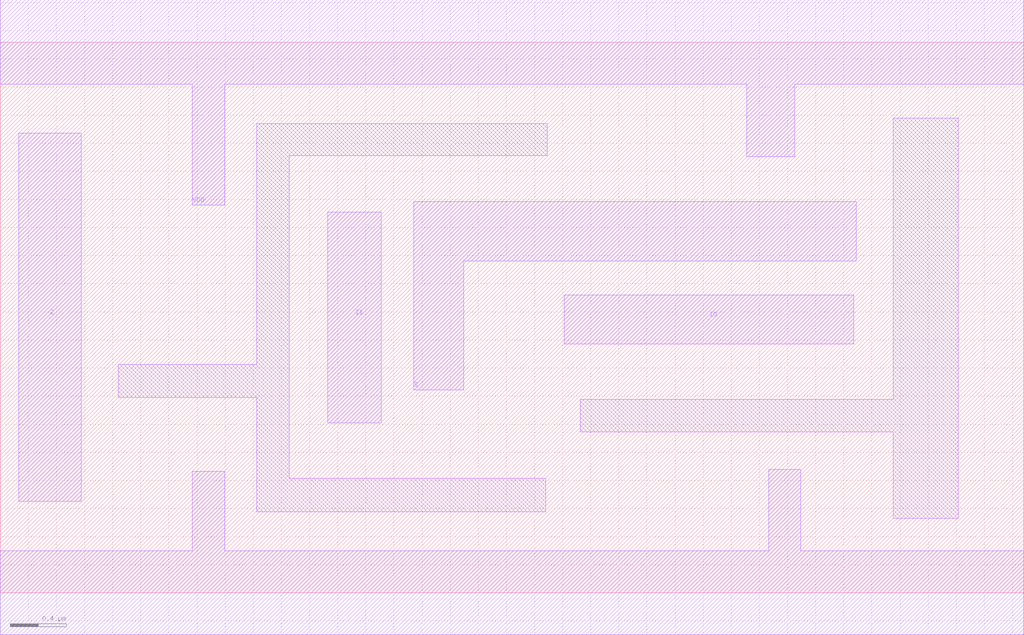
<source format=lef>
# Copyright 2022 GlobalFoundries PDK Authors
#
# Licensed under the Apache License, Version 2.0 (the "License");
# you may not use this file except in compliance with the License.
# You may obtain a copy of the License at
#
#      http://www.apache.org/licenses/LICENSE-2.0
#
# Unless required by applicable law or agreed to in writing, software
# distributed under the License is distributed on an "AS IS" BASIS,
# WITHOUT WARRANTIES OR CONDITIONS OF ANY KIND, either express or implied.
# See the License for the specific language governing permissions and
# limitations under the License.

MACRO gf180mcu_fd_sc_mcu7t5v0__mux2_1
  CLASS core ;
  FOREIGN gf180mcu_fd_sc_mcu7t5v0__mux2_1 0.0 0.0 ;
  ORIGIN 0 0 ;
  SYMMETRY X Y ;
  SITE GF018hv5v_mcu_sc7 ;
  SIZE 7.28 BY 3.92 ;
  PIN I0
    DIRECTION INPUT ;
    ANTENNAGATEAREA 0.5235 ;
    PORT
      LAYER METAL1 ;
        POLYGON 4.01 1.77 6.07 1.77 6.07 2.12 4.01 2.12  ;
    END
  END I0
  PIN I1
    DIRECTION INPUT ;
    ANTENNAGATEAREA 0.5235 ;
    PORT
      LAYER METAL1 ;
        POLYGON 2.33 1.21 2.71 1.21 2.71 2.71 2.33 2.71  ;
    END
  END I1
  PIN S
    DIRECTION INPUT ;
    ANTENNAGATEAREA 1.047 ;
    PORT
      LAYER METAL1 ;
        POLYGON 2.94 1.445 3.295 1.445 3.295 2.36 6.09 2.36 6.09 2.785 2.94 2.785  ;
    END
  END S
  PIN Z
    DIRECTION OUTPUT ;
    ANTENNADIFFAREA 0.8976 ;
    PORT
      LAYER METAL1 ;
        POLYGON 0.13 0.65 0.575 0.65 0.575 3.27 0.13 3.27  ;
    END
  END Z
  PIN VDD
    DIRECTION INOUT ;
    USE power ;
    SHAPE ABUTMENT ;
    PORT
      LAYER METAL1 ;
        POLYGON 0 3.62 1.365 3.62 1.365 2.76 1.595 2.76 1.595 3.62 3.89 3.62 5.31 3.62 5.31 3.105 5.65 3.105 5.65 3.62 6.815 3.62 7.28 3.62 7.28 4.22 6.815 4.22 3.89 4.22 0 4.22  ;
    END
  END VDD
  PIN VSS
    DIRECTION INOUT ;
    USE ground ;
    SHAPE ABUTMENT ;
    PORT
      LAYER METAL1 ;
        POLYGON 0 -0.3 7.28 -0.3 7.28 0.3 5.695 0.3 5.695 0.88 5.465 0.88 5.465 0.3 1.595 0.3 1.595 0.865 1.365 0.865 1.365 0.3 0 0.3  ;
    END
  END VSS
  OBS
      LAYER METAL1 ;
        POLYGON 2.055 3.11 3.89 3.11 3.89 3.34 1.825 3.34 1.825 1.625 0.84 1.625 0.84 1.39 1.825 1.39 1.825 0.575 3.88 0.575 3.88 0.815 2.055 0.815  ;
        POLYGON 4.125 1.145 6.35 1.145 6.35 0.53 6.815 0.53 6.815 3.38 6.35 3.38 6.35 1.375 4.125 1.375  ;
  END
END gf180mcu_fd_sc_mcu7t5v0__mux2_1

</source>
